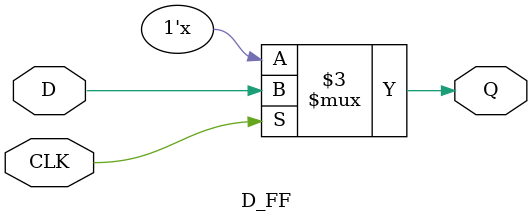
<source format=v>


module D_FF(D, CLK, Q);

input D, CLK;

output Q;

reg Q;

always @ (D or CLK)

if (CLK)

Q = D;


endmodule

</source>
